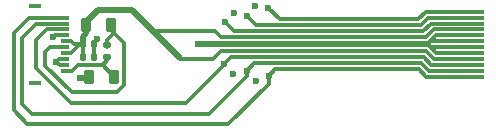
<source format=gbr>
%TF.GenerationSoftware,KiCad,Pcbnew,8.0.4*%
%TF.CreationDate,2024-07-27T11:55:35+02:00*%
%TF.ProjectId,PA3194G822_R02,50413331-3934-4473-9832-325f5230322e,2*%
%TF.SameCoordinates,Original*%
%TF.FileFunction,Copper,L1,Top*%
%TF.FilePolarity,Positive*%
%FSLAX46Y46*%
G04 Gerber Fmt 4.6, Leading zero omitted, Abs format (unit mm)*
G04 Created by KiCad (PCBNEW 8.0.4) date 2024-07-27 11:55:35*
%MOMM*%
%LPD*%
G01*
G04 APERTURE LIST*
G04 Aperture macros list*
%AMRoundRect*
0 Rectangle with rounded corners*
0 $1 Rounding radius*
0 $2 $3 $4 $5 $6 $7 $8 $9 X,Y pos of 4 corners*
0 Add a 4 corners polygon primitive as box body*
4,1,4,$2,$3,$4,$5,$6,$7,$8,$9,$2,$3,0*
0 Add four circle primitives for the rounded corners*
1,1,$1+$1,$2,$3*
1,1,$1+$1,$4,$5*
1,1,$1+$1,$6,$7*
1,1,$1+$1,$8,$9*
0 Add four rect primitives between the rounded corners*
20,1,$1+$1,$2,$3,$4,$5,0*
20,1,$1+$1,$4,$5,$6,$7,0*
20,1,$1+$1,$6,$7,$8,$9,0*
20,1,$1+$1,$8,$9,$2,$3,0*%
G04 Aperture macros list end*
%TA.AperFunction,SMDPad,CuDef*%
%ADD10RoundRect,0.140000X-0.140000X-0.170000X0.140000X-0.170000X0.140000X0.170000X-0.140000X0.170000X0*%
%TD*%
%TA.AperFunction,SMDPad,CuDef*%
%ADD11RoundRect,0.140000X0.170000X-0.140000X0.170000X0.140000X-0.170000X0.140000X-0.170000X-0.140000X0*%
%TD*%
%TA.AperFunction,SMDPad,CuDef*%
%ADD12RoundRect,0.218750X-0.218750X-0.381250X0.218750X-0.381250X0.218750X0.381250X-0.218750X0.381250X0*%
%TD*%
%TA.AperFunction,SMDPad,CuDef*%
%ADD13R,0.800000X0.300000*%
%TD*%
%TA.AperFunction,SMDPad,CuDef*%
%ADD14R,1.000000X0.400000*%
%TD*%
%TA.AperFunction,SMDPad,CuDef*%
%ADD15RoundRect,0.218750X0.218750X0.381250X-0.218750X0.381250X-0.218750X-0.381250X0.218750X-0.381250X0*%
%TD*%
%TA.AperFunction,SMDPad,CuDef*%
%ADD16R,3.000000X0.300000*%
%TD*%
%TA.AperFunction,ViaPad*%
%ADD17C,0.600000*%
%TD*%
%TA.AperFunction,Conductor*%
%ADD18C,0.300000*%
%TD*%
%TA.AperFunction,Conductor*%
%ADD19C,0.500000*%
%TD*%
G04 APERTURE END LIST*
D10*
%TO.P,C2,1*%
%TO.N,/VDD*%
X117785000Y-101100000D03*
%TO.P,C2,2*%
%TO.N,GND*%
X118745000Y-101100000D03*
%TD*%
D11*
%TO.P,C1,1*%
%TO.N,/VSSA*%
X119840000Y-101055000D03*
%TO.P,C1,2*%
%TO.N,/VDDA*%
X119840000Y-100095000D03*
%TD*%
D12*
%TO.P,FB1,1*%
%TO.N,/VDD*%
X118077500Y-98375000D03*
%TO.P,FB1,2*%
%TO.N,/VDDA*%
X120202500Y-98375000D03*
%TD*%
D13*
%TO.P,J1,1,Pin_1*%
%TO.N,/SPI_CLK*%
X116265000Y-97750000D03*
%TO.P,J1,2,Pin_2*%
%TO.N,/SPI_SDI*%
X116265000Y-98250000D03*
%TO.P,J1,3,Pin_3*%
%TO.N,/SPI_CS*%
X116265000Y-98750000D03*
%TO.P,J1,4,Pin_4*%
%TO.N,GND*%
X116265000Y-99250000D03*
%TO.P,J1,5,Pin_5*%
%TO.N,/VDD*%
X116265000Y-99750000D03*
%TO.P,J1,6,Pin_6*%
%TO.N,/VDDA*%
X116265000Y-100250000D03*
%TO.P,J1,7,Pin_7*%
%TO.N,/VDD*%
X116265000Y-100750000D03*
%TO.P,J1,8,Pin_8*%
%TO.N,GND*%
X116265000Y-101250000D03*
%TO.P,J1,9,Pin_9*%
X116265000Y-101750000D03*
%TO.P,J1,10,Pin_10*%
%TO.N,/VSSA*%
X116265000Y-102250000D03*
D14*
%TO.P,J1,MP*%
%TO.N,N/C*%
X113765000Y-96750000D03*
X113765000Y-103250000D03*
%TD*%
D15*
%TO.P,FB2,1*%
%TO.N,/VSSA*%
X120427500Y-102750000D03*
%TO.P,FB2,2*%
%TO.N,GND*%
X118302500Y-102750000D03*
%TD*%
D16*
%TO.P,J2,1,Pin_1*%
%TO.N,/SPI_CLK*%
X150300000Y-102750000D03*
%TO.P,J2,2,Pin_2*%
%TO.N,/SPI_SDI*%
X150300000Y-102250000D03*
%TO.P,J2,3,Pin_3*%
%TO.N,/SPI_CS*%
X150300000Y-101750000D03*
%TO.P,J2,4,Pin_4*%
%TO.N,/VDD*%
X150300000Y-101250000D03*
%TO.P,J2,5,Pin_5*%
%TO.N,GND*%
X150300000Y-100750000D03*
%TO.P,J2,6,Pin_6*%
X150300000Y-100250000D03*
%TO.P,J2,7,Pin_7*%
X150300000Y-99750000D03*
%TO.P,J2,8,Pin_8*%
X150300000Y-99250000D03*
%TO.P,J2,9,Pin_9*%
%TO.N,/VDD*%
X150300000Y-98750000D03*
%TO.P,J2,10,Pin_10*%
%TO.N,/SPI_CS*%
X150300000Y-98250000D03*
%TO.P,J2,11,Pin_11*%
%TO.N,/SPI_SDI*%
X150300000Y-97750000D03*
%TO.P,J2,12,Pin_12*%
%TO.N,/SPI_CLK*%
X150300000Y-97250000D03*
%TD*%
D10*
%TO.P,C3,1*%
%TO.N,/VDD*%
X117785000Y-100000000D03*
%TO.P,C3,2*%
%TO.N,GND*%
X118745000Y-100000000D03*
%TD*%
D17*
%TO.N,GND*%
X119015000Y-99580000D03*
X130560000Y-97340000D03*
X115290000Y-99420000D03*
X127525000Y-99975000D03*
X130490000Y-102520000D03*
X132410000Y-96770000D03*
X128575000Y-99975000D03*
X117580000Y-102890000D03*
X115560000Y-101490000D03*
X132470000Y-103080000D03*
%TO.N,/SPI_CS*%
X129800000Y-98150000D03*
X129775000Y-101700000D03*
%TO.N,/SPI_SDI*%
X131650000Y-97575000D03*
X131675000Y-102250000D03*
%TO.N,/SPI_CLK*%
X133525000Y-102675000D03*
X133475000Y-96925000D03*
%TD*%
D18*
%TO.N,/VDDA*%
X116265000Y-100250000D02*
X115020000Y-100250000D01*
X115020000Y-100250000D02*
X114600000Y-100670000D01*
X120427500Y-99067500D02*
X120427500Y-98530000D01*
X119840000Y-100225000D02*
X119840000Y-99655000D01*
X114600000Y-100670000D02*
X114600000Y-101820000D01*
X120715000Y-104055000D02*
X121315000Y-103455000D01*
X121315000Y-103455000D02*
X121315000Y-99867500D01*
X119840000Y-99655000D02*
X120427500Y-99067500D01*
X114600000Y-101820000D02*
X116835000Y-104055000D01*
X116835000Y-104055000D02*
X120715000Y-104055000D01*
X121315000Y-99867500D02*
X120127500Y-98680000D01*
%TO.N,/VSSA*%
X119840000Y-101367500D02*
X119483750Y-101723750D01*
X119407500Y-101800000D02*
X119483750Y-101723750D01*
X116265000Y-102250000D02*
X116910000Y-102250000D01*
X117360000Y-101800000D02*
X119407500Y-101800000D01*
X116910000Y-102250000D02*
X117360000Y-101800000D01*
X119407500Y-101800000D02*
X119477500Y-101800000D01*
X119477500Y-101800000D02*
X120427500Y-102750000D01*
X119840000Y-101185000D02*
X119840000Y-101367500D01*
%TO.N,GND*%
X117595000Y-102905000D02*
X117580000Y-102890000D01*
X118745000Y-99850000D02*
X119015000Y-99580000D01*
D19*
X129410000Y-100000000D02*
X146975000Y-100000000D01*
D18*
X116265000Y-101750000D02*
X115820000Y-101750000D01*
X116265000Y-99250000D02*
X115460000Y-99250000D01*
X146975000Y-100000000D02*
X147725000Y-99250000D01*
X147725000Y-100750000D02*
X147075000Y-100100000D01*
X116265000Y-101250000D02*
X115800000Y-101250000D01*
X118745000Y-99960000D02*
X118745000Y-100180000D01*
X150300000Y-100750000D02*
X147725000Y-100750000D01*
X118077500Y-103067500D02*
X118077500Y-102905000D01*
X118745000Y-99960000D02*
X118745000Y-99850000D01*
D19*
X128600000Y-100000000D02*
X129410000Y-100000000D01*
D18*
X115800000Y-101250000D02*
X115560000Y-101490000D01*
X115820000Y-101750000D02*
X115560000Y-101490000D01*
X117690000Y-102905000D02*
X117595000Y-102905000D01*
X150300000Y-100250000D02*
X147225000Y-100250000D01*
X150300000Y-99750000D02*
X147225000Y-99750000D01*
X147225000Y-100250000D02*
X146975000Y-100000000D01*
X118302500Y-102750000D02*
X117720000Y-102750000D01*
X117690000Y-102905000D02*
X118077500Y-102905000D01*
X147725000Y-99250000D02*
X150300000Y-99250000D01*
X117720000Y-102750000D02*
X117580000Y-102890000D01*
X147225000Y-100250000D02*
X147075000Y-100100000D01*
X147225000Y-99750000D02*
X146975000Y-100000000D01*
X147075000Y-100100000D02*
X146975000Y-100000000D01*
X118745000Y-100000000D02*
X118745000Y-101100000D01*
X115460000Y-99250000D02*
X115290000Y-99420000D01*
D19*
X127550000Y-100000000D02*
X127525000Y-99975000D01*
X129410000Y-100000000D02*
X127550000Y-100000000D01*
X128575000Y-99975000D02*
X128600000Y-100000000D01*
D18*
%TO.N,/VDD*%
X129475000Y-100600000D02*
X128825000Y-101250000D01*
X128825000Y-101250000D02*
X126045000Y-101250000D01*
X150300000Y-101250000D02*
X147500000Y-101250000D01*
X116820000Y-100750000D02*
X117570000Y-100000000D01*
X150300000Y-98750000D02*
X147500000Y-98750000D01*
D19*
X123437500Y-98642500D02*
X126000000Y-101205000D01*
D18*
X147500000Y-98750000D02*
X146850000Y-99400000D01*
D19*
X121925000Y-97130000D02*
X119090000Y-97130000D01*
D18*
X146850000Y-99400000D02*
X129500000Y-99400000D01*
X126045000Y-101250000D02*
X126000000Y-101205000D01*
X128975000Y-98875000D02*
X123670000Y-98875000D01*
X146850000Y-100600000D02*
X129475000Y-100600000D01*
D19*
X117785000Y-100000000D02*
X117785000Y-99355000D01*
X119090000Y-97130000D02*
X118077500Y-98142500D01*
D18*
X129500000Y-99400000D02*
X128975000Y-98875000D01*
X116265000Y-100750000D02*
X116820000Y-100750000D01*
D19*
X118077500Y-99062500D02*
X118077500Y-98375000D01*
D18*
X123670000Y-98875000D02*
X123437500Y-98642500D01*
X147500000Y-101250000D02*
X146850000Y-100600000D01*
X116265000Y-99750000D02*
X116820000Y-99750000D01*
D19*
X117785000Y-99355000D02*
X118077500Y-99062500D01*
D18*
X117570000Y-100000000D02*
X117785000Y-100000000D01*
X116820000Y-99750000D02*
X117070000Y-100000000D01*
X117785000Y-101280000D02*
X117785000Y-100180000D01*
X117070000Y-100000000D02*
X117570000Y-100000000D01*
D19*
X123437500Y-98642500D02*
X121925000Y-97130000D01*
X118077500Y-98142500D02*
X118077500Y-98375000D01*
D18*
%TO.N,/SPI_CS*%
X116775000Y-104965000D02*
X126550000Y-104965000D01*
X130550000Y-98900000D02*
X129800000Y-98150000D01*
X131350000Y-101100000D02*
X146642894Y-101100000D01*
X130375000Y-101100000D02*
X129775000Y-101700000D01*
X114740000Y-98750000D02*
X113820000Y-99670000D01*
X147292894Y-101750000D02*
X146642894Y-101100000D01*
X113820000Y-102010000D02*
X116775000Y-104965000D01*
X150300000Y-101750000D02*
X147292894Y-101750000D01*
X113820000Y-99670000D02*
X113820000Y-102010000D01*
X150300000Y-98250000D02*
X147275000Y-98250000D01*
X131350000Y-101100000D02*
X131275000Y-101100000D01*
X146625000Y-98900000D02*
X130550000Y-98900000D01*
X131350000Y-101100000D02*
X130375000Y-101100000D01*
X126550000Y-104965000D02*
X129750000Y-101765000D01*
X147275000Y-98250000D02*
X146625000Y-98900000D01*
X116265000Y-98750000D02*
X114740000Y-98750000D01*
%TO.N,/SPI_SDI*%
X146425000Y-101600000D02*
X132325000Y-101600000D01*
X150300000Y-102250000D02*
X147075000Y-102250000D01*
X128460000Y-105890000D02*
X113515000Y-105890000D01*
X112650000Y-105025000D02*
X113515000Y-105890000D01*
X128460000Y-105890000D02*
X131675000Y-102675000D01*
X146400000Y-98400000D02*
X147050000Y-97750000D01*
X150300000Y-97750000D02*
X147050000Y-97750000D01*
X131650000Y-97575000D02*
X132475000Y-98400000D01*
X116265000Y-98250000D02*
X113840000Y-98250000D01*
X131675000Y-102675000D02*
X131675000Y-102250000D01*
X132475000Y-98400000D02*
X146400000Y-98400000D01*
X147075000Y-102250000D02*
X146425000Y-101600000D01*
X132325000Y-101600000D02*
X131675000Y-102250000D01*
X113840000Y-98250000D02*
X112650000Y-99440000D01*
X112650000Y-99440000D02*
X112650000Y-105025000D01*
%TO.N,/SPI_CLK*%
X133525000Y-103355000D02*
X130115000Y-106765000D01*
X116265000Y-97750000D02*
X113260000Y-97750000D01*
X111930000Y-99080000D02*
X111930000Y-105605000D01*
X113260000Y-97750000D02*
X111930000Y-99080000D01*
X130115000Y-106765000D02*
X129160000Y-106765000D01*
X128750000Y-106765000D02*
X129855000Y-106765000D01*
X146867894Y-102750000D02*
X146217894Y-102100000D01*
X133475000Y-96925000D02*
X134450000Y-97900000D01*
X146192894Y-97900000D02*
X146842894Y-97250000D01*
X113090000Y-106765000D02*
X128750000Y-106765000D01*
X150300000Y-102750000D02*
X146867894Y-102750000D01*
X146842894Y-97250000D02*
X150300000Y-97250000D01*
X134100000Y-102100000D02*
X133525000Y-102675000D01*
X133525000Y-102675000D02*
X133525000Y-103355000D01*
X111930000Y-105605000D02*
X113090000Y-106765000D01*
X134100000Y-102100000D02*
X146217894Y-102100000D01*
X146192894Y-97900000D02*
X134450000Y-97900000D01*
X128750000Y-106765000D02*
X129160000Y-106765000D01*
%TD*%
M02*

</source>
